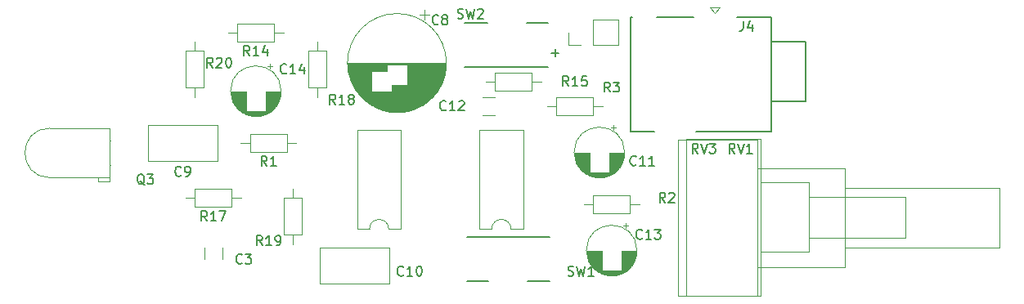
<source format=gbr>
%TF.GenerationSoftware,KiCad,Pcbnew,6.0.0~rc2+dfsg1-1*%
%TF.CreationDate,2022-01-05T20:23:20+00:00*%
%TF.ProjectId,LiRX_tht,4c695258-5f74-4687-942e-6b696361645f,rev?*%
%TF.SameCoordinates,Original*%
%TF.FileFunction,Legend,Top*%
%TF.FilePolarity,Positive*%
%FSLAX46Y46*%
G04 Gerber Fmt 4.6, Leading zero omitted, Abs format (unit mm)*
G04 Created by KiCad (PCBNEW 6.0.0~rc2+dfsg1-1) date 2022-01-05 20:23:20*
%MOMM*%
%LPD*%
G01*
G04 APERTURE LIST*
%ADD10C,0.150000*%
%ADD11C,0.120000*%
G04 APERTURE END LIST*
D10*
X109347047Y-84653428D02*
X110108952Y-84653428D01*
X109728000Y-85034380D02*
X109728000Y-84272476D01*
%TO.C,R20*%
X74287142Y-86177380D02*
X73953809Y-85701190D01*
X73715714Y-86177380D02*
X73715714Y-85177380D01*
X74096666Y-85177380D01*
X74191904Y-85225000D01*
X74239523Y-85272619D01*
X74287142Y-85367857D01*
X74287142Y-85510714D01*
X74239523Y-85605952D01*
X74191904Y-85653571D01*
X74096666Y-85701190D01*
X73715714Y-85701190D01*
X74668095Y-85272619D02*
X74715714Y-85225000D01*
X74810952Y-85177380D01*
X75049047Y-85177380D01*
X75144285Y-85225000D01*
X75191904Y-85272619D01*
X75239523Y-85367857D01*
X75239523Y-85463095D01*
X75191904Y-85605952D01*
X74620476Y-86177380D01*
X75239523Y-86177380D01*
X75858571Y-85177380D02*
X75953809Y-85177380D01*
X76049047Y-85225000D01*
X76096666Y-85272619D01*
X76144285Y-85367857D01*
X76191904Y-85558333D01*
X76191904Y-85796428D01*
X76144285Y-85986904D01*
X76096666Y-86082142D01*
X76049047Y-86129761D01*
X75953809Y-86177380D01*
X75858571Y-86177380D01*
X75763333Y-86129761D01*
X75715714Y-86082142D01*
X75668095Y-85986904D01*
X75620476Y-85796428D01*
X75620476Y-85558333D01*
X75668095Y-85367857D01*
X75715714Y-85272619D01*
X75763333Y-85225000D01*
X75858571Y-85177380D01*
%TO.C,R19*%
X79407142Y-104592380D02*
X79073809Y-104116190D01*
X78835714Y-104592380D02*
X78835714Y-103592380D01*
X79216666Y-103592380D01*
X79311904Y-103640000D01*
X79359523Y-103687619D01*
X79407142Y-103782857D01*
X79407142Y-103925714D01*
X79359523Y-104020952D01*
X79311904Y-104068571D01*
X79216666Y-104116190D01*
X78835714Y-104116190D01*
X80359523Y-104592380D02*
X79788095Y-104592380D01*
X80073809Y-104592380D02*
X80073809Y-103592380D01*
X79978571Y-103735238D01*
X79883333Y-103830476D01*
X79788095Y-103878095D01*
X80835714Y-104592380D02*
X81026190Y-104592380D01*
X81121428Y-104544761D01*
X81169047Y-104497142D01*
X81264285Y-104354285D01*
X81311904Y-104163809D01*
X81311904Y-103782857D01*
X81264285Y-103687619D01*
X81216666Y-103640000D01*
X81121428Y-103592380D01*
X80930952Y-103592380D01*
X80835714Y-103640000D01*
X80788095Y-103687619D01*
X80740476Y-103782857D01*
X80740476Y-104020952D01*
X80788095Y-104116190D01*
X80835714Y-104163809D01*
X80930952Y-104211428D01*
X81121428Y-104211428D01*
X81216666Y-104163809D01*
X81264285Y-104116190D01*
X81311904Y-104020952D01*
%TO.C,R18*%
X86987142Y-89987380D02*
X86653809Y-89511190D01*
X86415714Y-89987380D02*
X86415714Y-88987380D01*
X86796666Y-88987380D01*
X86891904Y-89035000D01*
X86939523Y-89082619D01*
X86987142Y-89177857D01*
X86987142Y-89320714D01*
X86939523Y-89415952D01*
X86891904Y-89463571D01*
X86796666Y-89511190D01*
X86415714Y-89511190D01*
X87939523Y-89987380D02*
X87368095Y-89987380D01*
X87653809Y-89987380D02*
X87653809Y-88987380D01*
X87558571Y-89130238D01*
X87463333Y-89225476D01*
X87368095Y-89273095D01*
X88510952Y-89415952D02*
X88415714Y-89368333D01*
X88368095Y-89320714D01*
X88320476Y-89225476D01*
X88320476Y-89177857D01*
X88368095Y-89082619D01*
X88415714Y-89035000D01*
X88510952Y-88987380D01*
X88701428Y-88987380D01*
X88796666Y-89035000D01*
X88844285Y-89082619D01*
X88891904Y-89177857D01*
X88891904Y-89225476D01*
X88844285Y-89320714D01*
X88796666Y-89368333D01*
X88701428Y-89415952D01*
X88510952Y-89415952D01*
X88415714Y-89463571D01*
X88368095Y-89511190D01*
X88320476Y-89606428D01*
X88320476Y-89796904D01*
X88368095Y-89892142D01*
X88415714Y-89939761D01*
X88510952Y-89987380D01*
X88701428Y-89987380D01*
X88796666Y-89939761D01*
X88844285Y-89892142D01*
X88891904Y-89796904D01*
X88891904Y-89606428D01*
X88844285Y-89511190D01*
X88796666Y-89463571D01*
X88701428Y-89415952D01*
%TO.C,R17*%
X73692142Y-102067380D02*
X73358809Y-101591190D01*
X73120714Y-102067380D02*
X73120714Y-101067380D01*
X73501666Y-101067380D01*
X73596904Y-101115000D01*
X73644523Y-101162619D01*
X73692142Y-101257857D01*
X73692142Y-101400714D01*
X73644523Y-101495952D01*
X73596904Y-101543571D01*
X73501666Y-101591190D01*
X73120714Y-101591190D01*
X74644523Y-102067380D02*
X74073095Y-102067380D01*
X74358809Y-102067380D02*
X74358809Y-101067380D01*
X74263571Y-101210238D01*
X74168333Y-101305476D01*
X74073095Y-101353095D01*
X74977857Y-101067380D02*
X75644523Y-101067380D01*
X75215952Y-102067380D01*
%TO.C,R15*%
X111117142Y-88082380D02*
X110783809Y-87606190D01*
X110545714Y-88082380D02*
X110545714Y-87082380D01*
X110926666Y-87082380D01*
X111021904Y-87130000D01*
X111069523Y-87177619D01*
X111117142Y-87272857D01*
X111117142Y-87415714D01*
X111069523Y-87510952D01*
X111021904Y-87558571D01*
X110926666Y-87606190D01*
X110545714Y-87606190D01*
X112069523Y-88082380D02*
X111498095Y-88082380D01*
X111783809Y-88082380D02*
X111783809Y-87082380D01*
X111688571Y-87225238D01*
X111593333Y-87320476D01*
X111498095Y-87368095D01*
X112974285Y-87082380D02*
X112498095Y-87082380D01*
X112450476Y-87558571D01*
X112498095Y-87510952D01*
X112593333Y-87463333D01*
X112831428Y-87463333D01*
X112926666Y-87510952D01*
X112974285Y-87558571D01*
X113021904Y-87653809D01*
X113021904Y-87891904D01*
X112974285Y-87987142D01*
X112926666Y-88034761D01*
X112831428Y-88082380D01*
X112593333Y-88082380D01*
X112498095Y-88034761D01*
X112450476Y-87987142D01*
%TO.C,R14*%
X78097142Y-84922380D02*
X77763809Y-84446190D01*
X77525714Y-84922380D02*
X77525714Y-83922380D01*
X77906666Y-83922380D01*
X78001904Y-83970000D01*
X78049523Y-84017619D01*
X78097142Y-84112857D01*
X78097142Y-84255714D01*
X78049523Y-84350952D01*
X78001904Y-84398571D01*
X77906666Y-84446190D01*
X77525714Y-84446190D01*
X79049523Y-84922380D02*
X78478095Y-84922380D01*
X78763809Y-84922380D02*
X78763809Y-83922380D01*
X78668571Y-84065238D01*
X78573333Y-84160476D01*
X78478095Y-84208095D01*
X79906666Y-84255714D02*
X79906666Y-84922380D01*
X79668571Y-83874761D02*
X79430476Y-84589047D01*
X80049523Y-84589047D01*
%TO.C,R3*%
X115403333Y-88702380D02*
X115070000Y-88226190D01*
X114831904Y-88702380D02*
X114831904Y-87702380D01*
X115212857Y-87702380D01*
X115308095Y-87750000D01*
X115355714Y-87797619D01*
X115403333Y-87892857D01*
X115403333Y-88035714D01*
X115355714Y-88130952D01*
X115308095Y-88178571D01*
X115212857Y-88226190D01*
X114831904Y-88226190D01*
X115736666Y-87702380D02*
X116355714Y-87702380D01*
X116022380Y-88083333D01*
X116165238Y-88083333D01*
X116260476Y-88130952D01*
X116308095Y-88178571D01*
X116355714Y-88273809D01*
X116355714Y-88511904D01*
X116308095Y-88607142D01*
X116260476Y-88654761D01*
X116165238Y-88702380D01*
X115879523Y-88702380D01*
X115784285Y-88654761D01*
X115736666Y-88607142D01*
%TO.C,R2*%
X121118333Y-100147380D02*
X120785000Y-99671190D01*
X120546904Y-100147380D02*
X120546904Y-99147380D01*
X120927857Y-99147380D01*
X121023095Y-99195000D01*
X121070714Y-99242619D01*
X121118333Y-99337857D01*
X121118333Y-99480714D01*
X121070714Y-99575952D01*
X121023095Y-99623571D01*
X120927857Y-99671190D01*
X120546904Y-99671190D01*
X121499285Y-99242619D02*
X121546904Y-99195000D01*
X121642142Y-99147380D01*
X121880238Y-99147380D01*
X121975476Y-99195000D01*
X122023095Y-99242619D01*
X122070714Y-99337857D01*
X122070714Y-99433095D01*
X122023095Y-99575952D01*
X121451666Y-100147380D01*
X122070714Y-100147380D01*
%TO.C,R1*%
X79883333Y-96352380D02*
X79550000Y-95876190D01*
X79311904Y-96352380D02*
X79311904Y-95352380D01*
X79692857Y-95352380D01*
X79788095Y-95400000D01*
X79835714Y-95447619D01*
X79883333Y-95542857D01*
X79883333Y-95685714D01*
X79835714Y-95780952D01*
X79788095Y-95828571D01*
X79692857Y-95876190D01*
X79311904Y-95876190D01*
X80835714Y-96352380D02*
X80264285Y-96352380D01*
X80550000Y-96352380D02*
X80550000Y-95352380D01*
X80454761Y-95495238D01*
X80359523Y-95590476D01*
X80264285Y-95638095D01*
%TO.C,C11*%
X118102142Y-96242142D02*
X118054523Y-96289761D01*
X117911666Y-96337380D01*
X117816428Y-96337380D01*
X117673571Y-96289761D01*
X117578333Y-96194523D01*
X117530714Y-96099285D01*
X117483095Y-95908809D01*
X117483095Y-95765952D01*
X117530714Y-95575476D01*
X117578333Y-95480238D01*
X117673571Y-95385000D01*
X117816428Y-95337380D01*
X117911666Y-95337380D01*
X118054523Y-95385000D01*
X118102142Y-95432619D01*
X119054523Y-96337380D02*
X118483095Y-96337380D01*
X118768809Y-96337380D02*
X118768809Y-95337380D01*
X118673571Y-95480238D01*
X118578333Y-95575476D01*
X118483095Y-95623095D01*
X120006904Y-96337380D02*
X119435476Y-96337380D01*
X119721190Y-96337380D02*
X119721190Y-95337380D01*
X119625952Y-95480238D01*
X119530714Y-95575476D01*
X119435476Y-95623095D01*
%TO.C,C12*%
X98417142Y-90527142D02*
X98369523Y-90574761D01*
X98226666Y-90622380D01*
X98131428Y-90622380D01*
X97988571Y-90574761D01*
X97893333Y-90479523D01*
X97845714Y-90384285D01*
X97798095Y-90193809D01*
X97798095Y-90050952D01*
X97845714Y-89860476D01*
X97893333Y-89765238D01*
X97988571Y-89670000D01*
X98131428Y-89622380D01*
X98226666Y-89622380D01*
X98369523Y-89670000D01*
X98417142Y-89717619D01*
X99369523Y-90622380D02*
X98798095Y-90622380D01*
X99083809Y-90622380D02*
X99083809Y-89622380D01*
X98988571Y-89765238D01*
X98893333Y-89860476D01*
X98798095Y-89908095D01*
X99750476Y-89717619D02*
X99798095Y-89670000D01*
X99893333Y-89622380D01*
X100131428Y-89622380D01*
X100226666Y-89670000D01*
X100274285Y-89717619D01*
X100321904Y-89812857D01*
X100321904Y-89908095D01*
X100274285Y-90050952D01*
X99702857Y-90622380D01*
X100321904Y-90622380D01*
%TO.C,J4*%
X129206666Y-81367380D02*
X129206666Y-82081666D01*
X129159047Y-82224523D01*
X129063809Y-82319761D01*
X128920952Y-82367380D01*
X128825714Y-82367380D01*
X130111428Y-81700714D02*
X130111428Y-82367380D01*
X129873333Y-81319761D02*
X129635238Y-82034047D01*
X130254285Y-82034047D01*
%TO.C,C13*%
X118737142Y-103862142D02*
X118689523Y-103909761D01*
X118546666Y-103957380D01*
X118451428Y-103957380D01*
X118308571Y-103909761D01*
X118213333Y-103814523D01*
X118165714Y-103719285D01*
X118118095Y-103528809D01*
X118118095Y-103385952D01*
X118165714Y-103195476D01*
X118213333Y-103100238D01*
X118308571Y-103005000D01*
X118451428Y-102957380D01*
X118546666Y-102957380D01*
X118689523Y-103005000D01*
X118737142Y-103052619D01*
X119689523Y-103957380D02*
X119118095Y-103957380D01*
X119403809Y-103957380D02*
X119403809Y-102957380D01*
X119308571Y-103100238D01*
X119213333Y-103195476D01*
X119118095Y-103243095D01*
X120022857Y-102957380D02*
X120641904Y-102957380D01*
X120308571Y-103338333D01*
X120451428Y-103338333D01*
X120546666Y-103385952D01*
X120594285Y-103433571D01*
X120641904Y-103528809D01*
X120641904Y-103766904D01*
X120594285Y-103862142D01*
X120546666Y-103909761D01*
X120451428Y-103957380D01*
X120165714Y-103957380D01*
X120070476Y-103909761D01*
X120022857Y-103862142D01*
%TO.C,C14*%
X81907142Y-86717142D02*
X81859523Y-86764761D01*
X81716666Y-86812380D01*
X81621428Y-86812380D01*
X81478571Y-86764761D01*
X81383333Y-86669523D01*
X81335714Y-86574285D01*
X81288095Y-86383809D01*
X81288095Y-86240952D01*
X81335714Y-86050476D01*
X81383333Y-85955238D01*
X81478571Y-85860000D01*
X81621428Y-85812380D01*
X81716666Y-85812380D01*
X81859523Y-85860000D01*
X81907142Y-85907619D01*
X82859523Y-86812380D02*
X82288095Y-86812380D01*
X82573809Y-86812380D02*
X82573809Y-85812380D01*
X82478571Y-85955238D01*
X82383333Y-86050476D01*
X82288095Y-86098095D01*
X83716666Y-86145714D02*
X83716666Y-86812380D01*
X83478571Y-85764761D02*
X83240476Y-86479047D01*
X83859523Y-86479047D01*
%TO.C,Q3*%
X67214761Y-98337619D02*
X67119523Y-98290000D01*
X67024285Y-98194761D01*
X66881428Y-98051904D01*
X66786190Y-98004285D01*
X66690952Y-98004285D01*
X66738571Y-98242380D02*
X66643333Y-98194761D01*
X66548095Y-98099523D01*
X66500476Y-97909047D01*
X66500476Y-97575714D01*
X66548095Y-97385238D01*
X66643333Y-97290000D01*
X66738571Y-97242380D01*
X66929047Y-97242380D01*
X67024285Y-97290000D01*
X67119523Y-97385238D01*
X67167142Y-97575714D01*
X67167142Y-97909047D01*
X67119523Y-98099523D01*
X67024285Y-98194761D01*
X66929047Y-98242380D01*
X66738571Y-98242380D01*
X67500476Y-97242380D02*
X68119523Y-97242380D01*
X67786190Y-97623333D01*
X67929047Y-97623333D01*
X68024285Y-97670952D01*
X68071904Y-97718571D01*
X68119523Y-97813809D01*
X68119523Y-98051904D01*
X68071904Y-98147142D01*
X68024285Y-98194761D01*
X67929047Y-98242380D01*
X67643333Y-98242380D01*
X67548095Y-98194761D01*
X67500476Y-98147142D01*
%TO.C,C3*%
X77303333Y-106416142D02*
X77255714Y-106463761D01*
X77112857Y-106511380D01*
X77017619Y-106511380D01*
X76874761Y-106463761D01*
X76779523Y-106368523D01*
X76731904Y-106273285D01*
X76684285Y-106082809D01*
X76684285Y-105939952D01*
X76731904Y-105749476D01*
X76779523Y-105654238D01*
X76874761Y-105559000D01*
X77017619Y-105511380D01*
X77112857Y-105511380D01*
X77255714Y-105559000D01*
X77303333Y-105606619D01*
X77636666Y-105511380D02*
X78255714Y-105511380D01*
X77922380Y-105892333D01*
X78065238Y-105892333D01*
X78160476Y-105939952D01*
X78208095Y-105987571D01*
X78255714Y-106082809D01*
X78255714Y-106320904D01*
X78208095Y-106416142D01*
X78160476Y-106463761D01*
X78065238Y-106511380D01*
X77779523Y-106511380D01*
X77684285Y-106463761D01*
X77636666Y-106416142D01*
%TO.C,C9*%
X70993333Y-97337142D02*
X70945714Y-97384761D01*
X70802857Y-97432380D01*
X70707619Y-97432380D01*
X70564761Y-97384761D01*
X70469523Y-97289523D01*
X70421904Y-97194285D01*
X70374285Y-97003809D01*
X70374285Y-96860952D01*
X70421904Y-96670476D01*
X70469523Y-96575238D01*
X70564761Y-96480000D01*
X70707619Y-96432380D01*
X70802857Y-96432380D01*
X70945714Y-96480000D01*
X70993333Y-96527619D01*
X71469523Y-97432380D02*
X71660000Y-97432380D01*
X71755238Y-97384761D01*
X71802857Y-97337142D01*
X71898095Y-97194285D01*
X71945714Y-97003809D01*
X71945714Y-96622857D01*
X71898095Y-96527619D01*
X71850476Y-96480000D01*
X71755238Y-96432380D01*
X71564761Y-96432380D01*
X71469523Y-96480000D01*
X71421904Y-96527619D01*
X71374285Y-96622857D01*
X71374285Y-96860952D01*
X71421904Y-96956190D01*
X71469523Y-97003809D01*
X71564761Y-97051428D01*
X71755238Y-97051428D01*
X71850476Y-97003809D01*
X71898095Y-96956190D01*
X71945714Y-96860952D01*
%TO.C,C10*%
X94012142Y-107672142D02*
X93964523Y-107719761D01*
X93821666Y-107767380D01*
X93726428Y-107767380D01*
X93583571Y-107719761D01*
X93488333Y-107624523D01*
X93440714Y-107529285D01*
X93393095Y-107338809D01*
X93393095Y-107195952D01*
X93440714Y-107005476D01*
X93488333Y-106910238D01*
X93583571Y-106815000D01*
X93726428Y-106767380D01*
X93821666Y-106767380D01*
X93964523Y-106815000D01*
X94012142Y-106862619D01*
X94964523Y-107767380D02*
X94393095Y-107767380D01*
X94678809Y-107767380D02*
X94678809Y-106767380D01*
X94583571Y-106910238D01*
X94488333Y-107005476D01*
X94393095Y-107053095D01*
X95583571Y-106767380D02*
X95678809Y-106767380D01*
X95774047Y-106815000D01*
X95821666Y-106862619D01*
X95869285Y-106957857D01*
X95916904Y-107148333D01*
X95916904Y-107386428D01*
X95869285Y-107576904D01*
X95821666Y-107672142D01*
X95774047Y-107719761D01*
X95678809Y-107767380D01*
X95583571Y-107767380D01*
X95488333Y-107719761D01*
X95440714Y-107672142D01*
X95393095Y-107576904D01*
X95345476Y-107386428D01*
X95345476Y-107148333D01*
X95393095Y-106957857D01*
X95440714Y-106862619D01*
X95488333Y-106815000D01*
X95583571Y-106767380D01*
%TO.C,RV1*%
X128309761Y-95067380D02*
X127976428Y-94591190D01*
X127738333Y-95067380D02*
X127738333Y-94067380D01*
X128119285Y-94067380D01*
X128214523Y-94115000D01*
X128262142Y-94162619D01*
X128309761Y-94257857D01*
X128309761Y-94400714D01*
X128262142Y-94495952D01*
X128214523Y-94543571D01*
X128119285Y-94591190D01*
X127738333Y-94591190D01*
X128595476Y-94067380D02*
X128928809Y-95067380D01*
X129262142Y-94067380D01*
X130119285Y-95067380D02*
X129547857Y-95067380D01*
X129833571Y-95067380D02*
X129833571Y-94067380D01*
X129738333Y-94210238D01*
X129643095Y-94305476D01*
X129547857Y-94353095D01*
%TO.C,RV3*%
X124499761Y-95067380D02*
X124166428Y-94591190D01*
X123928333Y-95067380D02*
X123928333Y-94067380D01*
X124309285Y-94067380D01*
X124404523Y-94115000D01*
X124452142Y-94162619D01*
X124499761Y-94257857D01*
X124499761Y-94400714D01*
X124452142Y-94495952D01*
X124404523Y-94543571D01*
X124309285Y-94591190D01*
X123928333Y-94591190D01*
X124785476Y-94067380D02*
X125118809Y-95067380D01*
X125452142Y-94067380D01*
X125690238Y-94067380D02*
X126309285Y-94067380D01*
X125975952Y-94448333D01*
X126118809Y-94448333D01*
X126214047Y-94495952D01*
X126261666Y-94543571D01*
X126309285Y-94638809D01*
X126309285Y-94876904D01*
X126261666Y-94972142D01*
X126214047Y-95019761D01*
X126118809Y-95067380D01*
X125833095Y-95067380D01*
X125737857Y-95019761D01*
X125690238Y-94972142D01*
%TO.C,SW1*%
X111061666Y-107719761D02*
X111204523Y-107767380D01*
X111442619Y-107767380D01*
X111537857Y-107719761D01*
X111585476Y-107672142D01*
X111633095Y-107576904D01*
X111633095Y-107481666D01*
X111585476Y-107386428D01*
X111537857Y-107338809D01*
X111442619Y-107291190D01*
X111252142Y-107243571D01*
X111156904Y-107195952D01*
X111109285Y-107148333D01*
X111061666Y-107053095D01*
X111061666Y-106957857D01*
X111109285Y-106862619D01*
X111156904Y-106815000D01*
X111252142Y-106767380D01*
X111490238Y-106767380D01*
X111633095Y-106815000D01*
X111966428Y-106767380D02*
X112204523Y-107767380D01*
X112395000Y-107053095D01*
X112585476Y-107767380D01*
X112823571Y-106767380D01*
X113728333Y-107767380D02*
X113156904Y-107767380D01*
X113442619Y-107767380D02*
X113442619Y-106767380D01*
X113347380Y-106910238D01*
X113252142Y-107005476D01*
X113156904Y-107053095D01*
%TO.C,SW2*%
X99631666Y-81049761D02*
X99774523Y-81097380D01*
X100012619Y-81097380D01*
X100107857Y-81049761D01*
X100155476Y-81002142D01*
X100203095Y-80906904D01*
X100203095Y-80811666D01*
X100155476Y-80716428D01*
X100107857Y-80668809D01*
X100012619Y-80621190D01*
X99822142Y-80573571D01*
X99726904Y-80525952D01*
X99679285Y-80478333D01*
X99631666Y-80383095D01*
X99631666Y-80287857D01*
X99679285Y-80192619D01*
X99726904Y-80145000D01*
X99822142Y-80097380D01*
X100060238Y-80097380D01*
X100203095Y-80145000D01*
X100536428Y-80097380D02*
X100774523Y-81097380D01*
X100965000Y-80383095D01*
X101155476Y-81097380D01*
X101393571Y-80097380D01*
X101726904Y-80192619D02*
X101774523Y-80145000D01*
X101869761Y-80097380D01*
X102107857Y-80097380D01*
X102203095Y-80145000D01*
X102250714Y-80192619D01*
X102298333Y-80287857D01*
X102298333Y-80383095D01*
X102250714Y-80525952D01*
X101679285Y-81097380D01*
X102298333Y-81097380D01*
%TO.C,C8*%
X97623333Y-81637142D02*
X97575714Y-81684761D01*
X97432857Y-81732380D01*
X97337619Y-81732380D01*
X97194761Y-81684761D01*
X97099523Y-81589523D01*
X97051904Y-81494285D01*
X97004285Y-81303809D01*
X97004285Y-81160952D01*
X97051904Y-80970476D01*
X97099523Y-80875238D01*
X97194761Y-80780000D01*
X97337619Y-80732380D01*
X97432857Y-80732380D01*
X97575714Y-80780000D01*
X97623333Y-80827619D01*
X98194761Y-81160952D02*
X98099523Y-81113333D01*
X98051904Y-81065714D01*
X98004285Y-80970476D01*
X98004285Y-80922857D01*
X98051904Y-80827619D01*
X98099523Y-80780000D01*
X98194761Y-80732380D01*
X98385238Y-80732380D01*
X98480476Y-80780000D01*
X98528095Y-80827619D01*
X98575714Y-80922857D01*
X98575714Y-80970476D01*
X98528095Y-81065714D01*
X98480476Y-81113333D01*
X98385238Y-81160952D01*
X98194761Y-81160952D01*
X98099523Y-81208571D01*
X98051904Y-81256190D01*
X98004285Y-81351428D01*
X98004285Y-81541904D01*
X98051904Y-81637142D01*
X98099523Y-81684761D01*
X98194761Y-81732380D01*
X98385238Y-81732380D01*
X98480476Y-81684761D01*
X98528095Y-81637142D01*
X98575714Y-81541904D01*
X98575714Y-81351428D01*
X98528095Y-81256190D01*
X98480476Y-81208571D01*
X98385238Y-81160952D01*
D11*
%TO.C,R20*%
X73310000Y-84440000D02*
X71470000Y-84440000D01*
X71470000Y-84440000D02*
X71470000Y-88280000D01*
X71470000Y-88280000D02*
X73310000Y-88280000D01*
X73310000Y-88280000D02*
X73310000Y-84440000D01*
X72390000Y-83490000D02*
X72390000Y-84440000D01*
X72390000Y-89230000D02*
X72390000Y-88280000D01*
%TO.C,R19*%
X83510000Y-99680000D02*
X81670000Y-99680000D01*
X81670000Y-99680000D02*
X81670000Y-103520000D01*
X81670000Y-103520000D02*
X83510000Y-103520000D01*
X83510000Y-103520000D02*
X83510000Y-99680000D01*
X82590000Y-98730000D02*
X82590000Y-99680000D01*
X82590000Y-104470000D02*
X82590000Y-103520000D01*
%TO.C,R18*%
X86010000Y-84440000D02*
X84170000Y-84440000D01*
X84170000Y-84440000D02*
X84170000Y-88280000D01*
X84170000Y-88280000D02*
X86010000Y-88280000D01*
X86010000Y-88280000D02*
X86010000Y-84440000D01*
X85090000Y-83490000D02*
X85090000Y-84440000D01*
X85090000Y-89230000D02*
X85090000Y-88280000D01*
%TO.C,R17*%
X76255000Y-100615000D02*
X76255000Y-98775000D01*
X76255000Y-98775000D02*
X72415000Y-98775000D01*
X72415000Y-98775000D02*
X72415000Y-100615000D01*
X72415000Y-100615000D02*
X76255000Y-100615000D01*
X77205000Y-99695000D02*
X76255000Y-99695000D01*
X71465000Y-99695000D02*
X72415000Y-99695000D01*
%TO.C,R15*%
X103490000Y-86710000D02*
X103490000Y-88550000D01*
X103490000Y-88550000D02*
X107330000Y-88550000D01*
X107330000Y-88550000D02*
X107330000Y-86710000D01*
X107330000Y-86710000D02*
X103490000Y-86710000D01*
X102540000Y-87630000D02*
X103490000Y-87630000D01*
X108280000Y-87630000D02*
X107330000Y-87630000D01*
%TO.C,R14*%
X80660000Y-83470000D02*
X80660000Y-81630000D01*
X80660000Y-81630000D02*
X76820000Y-81630000D01*
X76820000Y-81630000D02*
X76820000Y-83470000D01*
X76820000Y-83470000D02*
X80660000Y-83470000D01*
X81610000Y-82550000D02*
X80660000Y-82550000D01*
X75870000Y-82550000D02*
X76820000Y-82550000D01*
%TO.C,R3*%
X109840000Y-89250000D02*
X109840000Y-91090000D01*
X109840000Y-91090000D02*
X113680000Y-91090000D01*
X113680000Y-91090000D02*
X113680000Y-89250000D01*
X113680000Y-89250000D02*
X109840000Y-89250000D01*
X108890000Y-90170000D02*
X109840000Y-90170000D01*
X114630000Y-90170000D02*
X113680000Y-90170000D01*
%TO.C,R2*%
X117490000Y-101250000D02*
X117490000Y-99410000D01*
X117490000Y-99410000D02*
X113650000Y-99410000D01*
X113650000Y-99410000D02*
X113650000Y-101250000D01*
X113650000Y-101250000D02*
X117490000Y-101250000D01*
X118440000Y-100330000D02*
X117490000Y-100330000D01*
X112700000Y-100330000D02*
X113650000Y-100330000D01*
%TO.C,R1*%
X81970000Y-94900000D02*
X81970000Y-93060000D01*
X81970000Y-93060000D02*
X78130000Y-93060000D01*
X78130000Y-93060000D02*
X78130000Y-94900000D01*
X78130000Y-94900000D02*
X81970000Y-94900000D01*
X82920000Y-93980000D02*
X81970000Y-93980000D01*
X77180000Y-93980000D02*
X78130000Y-93980000D01*
%TO.C,U2*%
X105155000Y-102920000D02*
X106405000Y-102920000D01*
X106405000Y-102920000D02*
X106405000Y-92640000D01*
X106405000Y-92640000D02*
X101905000Y-92640000D01*
X101905000Y-92640000D02*
X101905000Y-102920000D01*
X101905000Y-102920000D02*
X103155000Y-102920000D01*
X105155000Y-102920000D02*
G75*
G03*
X103155000Y-102920000I-1000000J0D01*
G01*
%TO.C,C11*%
X116920000Y-94980000D02*
G75*
G03*
X116920000Y-94980000I-2620000J0D01*
G01*
X113260000Y-94980000D02*
X111720000Y-94980000D01*
X116880000Y-94980000D02*
X115340000Y-94980000D01*
X113260000Y-95020000D02*
X111720000Y-95020000D01*
X116880000Y-95020000D02*
X115340000Y-95020000D01*
X116879000Y-95060000D02*
X115340000Y-95060000D01*
X113260000Y-95060000D02*
X111721000Y-95060000D01*
X116878000Y-95100000D02*
X115340000Y-95100000D01*
X113260000Y-95100000D02*
X111722000Y-95100000D01*
X116876000Y-95140000D02*
X115340000Y-95140000D01*
X113260000Y-95140000D02*
X111724000Y-95140000D01*
X116873000Y-95180000D02*
X115340000Y-95180000D01*
X113260000Y-95180000D02*
X111727000Y-95180000D01*
X116869000Y-95220000D02*
X115340000Y-95220000D01*
X113260000Y-95220000D02*
X111731000Y-95220000D01*
X116865000Y-95260000D02*
X115340000Y-95260000D01*
X113260000Y-95260000D02*
X111735000Y-95260000D01*
X116861000Y-95300000D02*
X115340000Y-95300000D01*
X113260000Y-95300000D02*
X111739000Y-95300000D01*
X116856000Y-95340000D02*
X115340000Y-95340000D01*
X113260000Y-95340000D02*
X111744000Y-95340000D01*
X116850000Y-95380000D02*
X115340000Y-95380000D01*
X113260000Y-95380000D02*
X111750000Y-95380000D01*
X116843000Y-95420000D02*
X115340000Y-95420000D01*
X113260000Y-95420000D02*
X111757000Y-95420000D01*
X116836000Y-95460000D02*
X115340000Y-95460000D01*
X113260000Y-95460000D02*
X111764000Y-95460000D01*
X116828000Y-95500000D02*
X115340000Y-95500000D01*
X113260000Y-95500000D02*
X111772000Y-95500000D01*
X116820000Y-95540000D02*
X115340000Y-95540000D01*
X113260000Y-95540000D02*
X111780000Y-95540000D01*
X116811000Y-95580000D02*
X115340000Y-95580000D01*
X113260000Y-95580000D02*
X111789000Y-95580000D01*
X116801000Y-95620000D02*
X115340000Y-95620000D01*
X113260000Y-95620000D02*
X111799000Y-95620000D01*
X116791000Y-95660000D02*
X115340000Y-95660000D01*
X113260000Y-95660000D02*
X111809000Y-95660000D01*
X116780000Y-95701000D02*
X115340000Y-95701000D01*
X113260000Y-95701000D02*
X111820000Y-95701000D01*
X116768000Y-95741000D02*
X115340000Y-95741000D01*
X113260000Y-95741000D02*
X111832000Y-95741000D01*
X116755000Y-95781000D02*
X115340000Y-95781000D01*
X113260000Y-95781000D02*
X111845000Y-95781000D01*
X116742000Y-95821000D02*
X115340000Y-95821000D01*
X113260000Y-95821000D02*
X111858000Y-95821000D01*
X116728000Y-95861000D02*
X115340000Y-95861000D01*
X113260000Y-95861000D02*
X111872000Y-95861000D01*
X116714000Y-95901000D02*
X115340000Y-95901000D01*
X113260000Y-95901000D02*
X111886000Y-95901000D01*
X116698000Y-95941000D02*
X115340000Y-95941000D01*
X113260000Y-95941000D02*
X111902000Y-95941000D01*
X116682000Y-95981000D02*
X115340000Y-95981000D01*
X113260000Y-95981000D02*
X111918000Y-95981000D01*
X116665000Y-96021000D02*
X115340000Y-96021000D01*
X113260000Y-96021000D02*
X111935000Y-96021000D01*
X116648000Y-96061000D02*
X115340000Y-96061000D01*
X113260000Y-96061000D02*
X111952000Y-96061000D01*
X116629000Y-96101000D02*
X115340000Y-96101000D01*
X113260000Y-96101000D02*
X111971000Y-96101000D01*
X116610000Y-96141000D02*
X115340000Y-96141000D01*
X113260000Y-96141000D02*
X111990000Y-96141000D01*
X116590000Y-96181000D02*
X115340000Y-96181000D01*
X113260000Y-96181000D02*
X112010000Y-96181000D01*
X116568000Y-96221000D02*
X115340000Y-96221000D01*
X113260000Y-96221000D02*
X112032000Y-96221000D01*
X116547000Y-96261000D02*
X115340000Y-96261000D01*
X113260000Y-96261000D02*
X112053000Y-96261000D01*
X116524000Y-96301000D02*
X115340000Y-96301000D01*
X113260000Y-96301000D02*
X112076000Y-96301000D01*
X116500000Y-96341000D02*
X115340000Y-96341000D01*
X113260000Y-96341000D02*
X112100000Y-96341000D01*
X116475000Y-96381000D02*
X115340000Y-96381000D01*
X113260000Y-96381000D02*
X112125000Y-96381000D01*
X116449000Y-96421000D02*
X115340000Y-96421000D01*
X113260000Y-96421000D02*
X112151000Y-96421000D01*
X116422000Y-96461000D02*
X115340000Y-96461000D01*
X113260000Y-96461000D02*
X112178000Y-96461000D01*
X116395000Y-96501000D02*
X115340000Y-96501000D01*
X113260000Y-96501000D02*
X112205000Y-96501000D01*
X116365000Y-96541000D02*
X115340000Y-96541000D01*
X113260000Y-96541000D02*
X112235000Y-96541000D01*
X116335000Y-96581000D02*
X115340000Y-96581000D01*
X113260000Y-96581000D02*
X112265000Y-96581000D01*
X116304000Y-96621000D02*
X115340000Y-96621000D01*
X113260000Y-96621000D02*
X112296000Y-96621000D01*
X116271000Y-96661000D02*
X115340000Y-96661000D01*
X113260000Y-96661000D02*
X112329000Y-96661000D01*
X116237000Y-96701000D02*
X115340000Y-96701000D01*
X113260000Y-96701000D02*
X112363000Y-96701000D01*
X116201000Y-96741000D02*
X115340000Y-96741000D01*
X113260000Y-96741000D02*
X112399000Y-96741000D01*
X116164000Y-96781000D02*
X115340000Y-96781000D01*
X113260000Y-96781000D02*
X112436000Y-96781000D01*
X116126000Y-96821000D02*
X115340000Y-96821000D01*
X113260000Y-96821000D02*
X112474000Y-96821000D01*
X116085000Y-96861000D02*
X115340000Y-96861000D01*
X113260000Y-96861000D02*
X112515000Y-96861000D01*
X116043000Y-96901000D02*
X115340000Y-96901000D01*
X113260000Y-96901000D02*
X112557000Y-96901000D01*
X115999000Y-96941000D02*
X115340000Y-96941000D01*
X113260000Y-96941000D02*
X112601000Y-96941000D01*
X115953000Y-96981000D02*
X115340000Y-96981000D01*
X113260000Y-96981000D02*
X112647000Y-96981000D01*
X115905000Y-97021000D02*
X112695000Y-97021000D01*
X115854000Y-97061000D02*
X112746000Y-97061000D01*
X115800000Y-97101000D02*
X112800000Y-97101000D01*
X115743000Y-97141000D02*
X112857000Y-97141000D01*
X115683000Y-97181000D02*
X112917000Y-97181000D01*
X115619000Y-97221000D02*
X112981000Y-97221000D01*
X115551000Y-97261000D02*
X113049000Y-97261000D01*
X115478000Y-97301000D02*
X113122000Y-97301000D01*
X115398000Y-97341000D02*
X113202000Y-97341000D01*
X115311000Y-97381000D02*
X113289000Y-97381000D01*
X115215000Y-97421000D02*
X113385000Y-97421000D01*
X115105000Y-97461000D02*
X113495000Y-97461000D01*
X114977000Y-97501000D02*
X113623000Y-97501000D01*
X114818000Y-97541000D02*
X113782000Y-97541000D01*
X114584000Y-97581000D02*
X114016000Y-97581000D01*
X115775000Y-92175225D02*
X115775000Y-92675225D01*
X116025000Y-92425225D02*
X115525000Y-92425225D01*
%TO.C,BT1*%
X111065000Y-83880000D02*
X111065000Y-82550000D01*
X112395000Y-83880000D02*
X111065000Y-83880000D01*
X113665000Y-83880000D02*
X113665000Y-81220000D01*
X113665000Y-81220000D02*
X116265000Y-81220000D01*
X113665000Y-83880000D02*
X116265000Y-83880000D01*
X116265000Y-83880000D02*
X116265000Y-81220000D01*
%TO.C,C12*%
X102221000Y-89250000D02*
X103479000Y-89250000D01*
X102221000Y-91090000D02*
X103479000Y-91090000D01*
D10*
%TO.C,J4*%
X135675000Y-83500000D02*
X132075000Y-83500000D01*
X135675000Y-89700000D02*
X135675000Y-83500000D01*
X132075000Y-89700000D02*
X135675000Y-89700000D01*
X132075000Y-81000000D02*
X132075000Y-92800000D01*
X128525000Y-81000000D02*
X132075000Y-81000000D01*
X120275000Y-81000000D02*
X124025000Y-81000000D01*
X117575000Y-81000000D02*
X117675000Y-81000000D01*
X117575000Y-92800000D02*
X117575000Y-81000000D01*
X119975000Y-92800000D02*
X117575000Y-92800000D01*
X132075000Y-92800000D02*
X124325000Y-92800000D01*
D11*
X126275000Y-80500000D02*
X126775000Y-79950000D01*
X126775000Y-79950000D02*
X125775000Y-79950000D01*
X125775000Y-79950000D02*
X126275000Y-80500000D01*
%TO.C,U3*%
X89245000Y-102920000D02*
X90495000Y-102920000D01*
X89245000Y-92640000D02*
X89245000Y-102920000D01*
X93745000Y-92640000D02*
X89245000Y-92640000D01*
X93745000Y-102920000D02*
X93745000Y-92640000D01*
X92495000Y-102920000D02*
X93745000Y-102920000D01*
X92495000Y-102920000D02*
G75*
G03*
X90495000Y-102920000I-1000000J0D01*
G01*
%TO.C,C13*%
X117295000Y-102585225D02*
X116795000Y-102585225D01*
X117045000Y-102335225D02*
X117045000Y-102835225D01*
X115854000Y-107741000D02*
X115286000Y-107741000D01*
X116088000Y-107701000D02*
X115052000Y-107701000D01*
X116247000Y-107661000D02*
X114893000Y-107661000D01*
X116375000Y-107621000D02*
X114765000Y-107621000D01*
X116485000Y-107581000D02*
X114655000Y-107581000D01*
X116581000Y-107541000D02*
X114559000Y-107541000D01*
X116668000Y-107501000D02*
X114472000Y-107501000D01*
X116748000Y-107461000D02*
X114392000Y-107461000D01*
X116821000Y-107421000D02*
X114319000Y-107421000D01*
X116889000Y-107381000D02*
X114251000Y-107381000D01*
X116953000Y-107341000D02*
X114187000Y-107341000D01*
X117013000Y-107301000D02*
X114127000Y-107301000D01*
X117070000Y-107261000D02*
X114070000Y-107261000D01*
X117124000Y-107221000D02*
X114016000Y-107221000D01*
X117175000Y-107181000D02*
X113965000Y-107181000D01*
X114530000Y-107141000D02*
X113917000Y-107141000D01*
X117223000Y-107141000D02*
X116610000Y-107141000D01*
X114530000Y-107101000D02*
X113871000Y-107101000D01*
X117269000Y-107101000D02*
X116610000Y-107101000D01*
X114530000Y-107061000D02*
X113827000Y-107061000D01*
X117313000Y-107061000D02*
X116610000Y-107061000D01*
X114530000Y-107021000D02*
X113785000Y-107021000D01*
X117355000Y-107021000D02*
X116610000Y-107021000D01*
X114530000Y-106981000D02*
X113744000Y-106981000D01*
X117396000Y-106981000D02*
X116610000Y-106981000D01*
X114530000Y-106941000D02*
X113706000Y-106941000D01*
X117434000Y-106941000D02*
X116610000Y-106941000D01*
X114530000Y-106901000D02*
X113669000Y-106901000D01*
X117471000Y-106901000D02*
X116610000Y-106901000D01*
X114530000Y-106861000D02*
X113633000Y-106861000D01*
X117507000Y-106861000D02*
X116610000Y-106861000D01*
X114530000Y-106821000D02*
X113599000Y-106821000D01*
X117541000Y-106821000D02*
X116610000Y-106821000D01*
X114530000Y-106781000D02*
X113566000Y-106781000D01*
X117574000Y-106781000D02*
X116610000Y-106781000D01*
X114530000Y-106741000D02*
X113535000Y-106741000D01*
X117605000Y-106741000D02*
X116610000Y-106741000D01*
X114530000Y-106701000D02*
X113505000Y-106701000D01*
X117635000Y-106701000D02*
X116610000Y-106701000D01*
X114530000Y-106661000D02*
X113475000Y-106661000D01*
X117665000Y-106661000D02*
X116610000Y-106661000D01*
X114530000Y-106621000D02*
X113448000Y-106621000D01*
X117692000Y-106621000D02*
X116610000Y-106621000D01*
X114530000Y-106581000D02*
X113421000Y-106581000D01*
X117719000Y-106581000D02*
X116610000Y-106581000D01*
X114530000Y-106541000D02*
X113395000Y-106541000D01*
X117745000Y-106541000D02*
X116610000Y-106541000D01*
X114530000Y-106501000D02*
X113370000Y-106501000D01*
X117770000Y-106501000D02*
X116610000Y-106501000D01*
X114530000Y-106461000D02*
X113346000Y-106461000D01*
X117794000Y-106461000D02*
X116610000Y-106461000D01*
X114530000Y-106421000D02*
X113323000Y-106421000D01*
X117817000Y-106421000D02*
X116610000Y-106421000D01*
X114530000Y-106381000D02*
X113302000Y-106381000D01*
X117838000Y-106381000D02*
X116610000Y-106381000D01*
X114530000Y-106341000D02*
X113280000Y-106341000D01*
X117860000Y-106341000D02*
X116610000Y-106341000D01*
X114530000Y-106301000D02*
X113260000Y-106301000D01*
X117880000Y-106301000D02*
X116610000Y-106301000D01*
X114530000Y-106261000D02*
X113241000Y-106261000D01*
X117899000Y-106261000D02*
X116610000Y-106261000D01*
X114530000Y-106221000D02*
X113222000Y-106221000D01*
X117918000Y-106221000D02*
X116610000Y-106221000D01*
X114530000Y-106181000D02*
X113205000Y-106181000D01*
X117935000Y-106181000D02*
X116610000Y-106181000D01*
X114530000Y-106141000D02*
X113188000Y-106141000D01*
X117952000Y-106141000D02*
X116610000Y-106141000D01*
X114530000Y-106101000D02*
X113172000Y-106101000D01*
X117968000Y-106101000D02*
X116610000Y-106101000D01*
X114530000Y-106061000D02*
X113156000Y-106061000D01*
X117984000Y-106061000D02*
X116610000Y-106061000D01*
X114530000Y-106021000D02*
X113142000Y-106021000D01*
X117998000Y-106021000D02*
X116610000Y-106021000D01*
X114530000Y-105981000D02*
X113128000Y-105981000D01*
X118012000Y-105981000D02*
X116610000Y-105981000D01*
X114530000Y-105941000D02*
X113115000Y-105941000D01*
X118025000Y-105941000D02*
X116610000Y-105941000D01*
X114530000Y-105901000D02*
X113102000Y-105901000D01*
X118038000Y-105901000D02*
X116610000Y-105901000D01*
X114530000Y-105861000D02*
X113090000Y-105861000D01*
X118050000Y-105861000D02*
X116610000Y-105861000D01*
X114530000Y-105820000D02*
X113079000Y-105820000D01*
X118061000Y-105820000D02*
X116610000Y-105820000D01*
X114530000Y-105780000D02*
X113069000Y-105780000D01*
X118071000Y-105780000D02*
X116610000Y-105780000D01*
X114530000Y-105740000D02*
X113059000Y-105740000D01*
X118081000Y-105740000D02*
X116610000Y-105740000D01*
X114530000Y-105700000D02*
X113050000Y-105700000D01*
X118090000Y-105700000D02*
X116610000Y-105700000D01*
X114530000Y-105660000D02*
X113042000Y-105660000D01*
X118098000Y-105660000D02*
X116610000Y-105660000D01*
X114530000Y-105620000D02*
X113034000Y-105620000D01*
X118106000Y-105620000D02*
X116610000Y-105620000D01*
X114530000Y-105580000D02*
X113027000Y-105580000D01*
X118113000Y-105580000D02*
X116610000Y-105580000D01*
X114530000Y-105540000D02*
X113020000Y-105540000D01*
X118120000Y-105540000D02*
X116610000Y-105540000D01*
X114530000Y-105500000D02*
X113014000Y-105500000D01*
X118126000Y-105500000D02*
X116610000Y-105500000D01*
X114530000Y-105460000D02*
X113009000Y-105460000D01*
X118131000Y-105460000D02*
X116610000Y-105460000D01*
X114530000Y-105420000D02*
X113005000Y-105420000D01*
X118135000Y-105420000D02*
X116610000Y-105420000D01*
X114530000Y-105380000D02*
X113001000Y-105380000D01*
X118139000Y-105380000D02*
X116610000Y-105380000D01*
X114530000Y-105340000D02*
X112997000Y-105340000D01*
X118143000Y-105340000D02*
X116610000Y-105340000D01*
X114530000Y-105300000D02*
X112994000Y-105300000D01*
X118146000Y-105300000D02*
X116610000Y-105300000D01*
X114530000Y-105260000D02*
X112992000Y-105260000D01*
X118148000Y-105260000D02*
X116610000Y-105260000D01*
X114530000Y-105220000D02*
X112991000Y-105220000D01*
X118149000Y-105220000D02*
X116610000Y-105220000D01*
X118150000Y-105180000D02*
X116610000Y-105180000D01*
X114530000Y-105180000D02*
X112990000Y-105180000D01*
X118150000Y-105140000D02*
X116610000Y-105140000D01*
X114530000Y-105140000D02*
X112990000Y-105140000D01*
X118190000Y-105140000D02*
G75*
G03*
X118190000Y-105140000I-2620000J0D01*
G01*
%TO.C,C14*%
X81360000Y-88630000D02*
G75*
G03*
X81360000Y-88630000I-2620000J0D01*
G01*
X77700000Y-88630000D02*
X76160000Y-88630000D01*
X81320000Y-88630000D02*
X79780000Y-88630000D01*
X77700000Y-88670000D02*
X76160000Y-88670000D01*
X81320000Y-88670000D02*
X79780000Y-88670000D01*
X81319000Y-88710000D02*
X79780000Y-88710000D01*
X77700000Y-88710000D02*
X76161000Y-88710000D01*
X81318000Y-88750000D02*
X79780000Y-88750000D01*
X77700000Y-88750000D02*
X76162000Y-88750000D01*
X81316000Y-88790000D02*
X79780000Y-88790000D01*
X77700000Y-88790000D02*
X76164000Y-88790000D01*
X81313000Y-88830000D02*
X79780000Y-88830000D01*
X77700000Y-88830000D02*
X76167000Y-88830000D01*
X81309000Y-88870000D02*
X79780000Y-88870000D01*
X77700000Y-88870000D02*
X76171000Y-88870000D01*
X81305000Y-88910000D02*
X79780000Y-88910000D01*
X77700000Y-88910000D02*
X76175000Y-88910000D01*
X81301000Y-88950000D02*
X79780000Y-88950000D01*
X77700000Y-88950000D02*
X76179000Y-88950000D01*
X81296000Y-88990000D02*
X79780000Y-88990000D01*
X77700000Y-88990000D02*
X76184000Y-88990000D01*
X81290000Y-89030000D02*
X79780000Y-89030000D01*
X77700000Y-89030000D02*
X76190000Y-89030000D01*
X81283000Y-89070000D02*
X79780000Y-89070000D01*
X77700000Y-89070000D02*
X76197000Y-89070000D01*
X81276000Y-89110000D02*
X79780000Y-89110000D01*
X77700000Y-89110000D02*
X76204000Y-89110000D01*
X81268000Y-89150000D02*
X79780000Y-89150000D01*
X77700000Y-89150000D02*
X76212000Y-89150000D01*
X81260000Y-89190000D02*
X79780000Y-89190000D01*
X77700000Y-89190000D02*
X76220000Y-89190000D01*
X81251000Y-89230000D02*
X79780000Y-89230000D01*
X77700000Y-89230000D02*
X76229000Y-89230000D01*
X81241000Y-89270000D02*
X79780000Y-89270000D01*
X77700000Y-89270000D02*
X76239000Y-89270000D01*
X81231000Y-89310000D02*
X79780000Y-89310000D01*
X77700000Y-89310000D02*
X76249000Y-89310000D01*
X81220000Y-89351000D02*
X79780000Y-89351000D01*
X77700000Y-89351000D02*
X76260000Y-89351000D01*
X81208000Y-89391000D02*
X79780000Y-89391000D01*
X77700000Y-89391000D02*
X76272000Y-89391000D01*
X81195000Y-89431000D02*
X79780000Y-89431000D01*
X77700000Y-89431000D02*
X76285000Y-89431000D01*
X81182000Y-89471000D02*
X79780000Y-89471000D01*
X77700000Y-89471000D02*
X76298000Y-89471000D01*
X81168000Y-89511000D02*
X79780000Y-89511000D01*
X77700000Y-89511000D02*
X76312000Y-89511000D01*
X81154000Y-89551000D02*
X79780000Y-89551000D01*
X77700000Y-89551000D02*
X76326000Y-89551000D01*
X81138000Y-89591000D02*
X79780000Y-89591000D01*
X77700000Y-89591000D02*
X76342000Y-89591000D01*
X81122000Y-89631000D02*
X79780000Y-89631000D01*
X77700000Y-89631000D02*
X76358000Y-89631000D01*
X81105000Y-89671000D02*
X79780000Y-89671000D01*
X77700000Y-89671000D02*
X76375000Y-89671000D01*
X81088000Y-89711000D02*
X79780000Y-89711000D01*
X77700000Y-89711000D02*
X76392000Y-89711000D01*
X81069000Y-89751000D02*
X79780000Y-89751000D01*
X77700000Y-89751000D02*
X76411000Y-89751000D01*
X81050000Y-89791000D02*
X79780000Y-89791000D01*
X77700000Y-89791000D02*
X76430000Y-89791000D01*
X81030000Y-89831000D02*
X79780000Y-89831000D01*
X77700000Y-89831000D02*
X76450000Y-89831000D01*
X81008000Y-89871000D02*
X79780000Y-89871000D01*
X77700000Y-89871000D02*
X76472000Y-89871000D01*
X80987000Y-89911000D02*
X79780000Y-89911000D01*
X77700000Y-89911000D02*
X76493000Y-89911000D01*
X80964000Y-89951000D02*
X79780000Y-89951000D01*
X77700000Y-89951000D02*
X76516000Y-89951000D01*
X80940000Y-89991000D02*
X79780000Y-89991000D01*
X77700000Y-89991000D02*
X76540000Y-89991000D01*
X80915000Y-90031000D02*
X79780000Y-90031000D01*
X77700000Y-90031000D02*
X76565000Y-90031000D01*
X80889000Y-90071000D02*
X79780000Y-90071000D01*
X77700000Y-90071000D02*
X76591000Y-90071000D01*
X80862000Y-90111000D02*
X79780000Y-90111000D01*
X77700000Y-90111000D02*
X76618000Y-90111000D01*
X80835000Y-90151000D02*
X79780000Y-90151000D01*
X77700000Y-90151000D02*
X76645000Y-90151000D01*
X80805000Y-90191000D02*
X79780000Y-90191000D01*
X77700000Y-90191000D02*
X76675000Y-90191000D01*
X80775000Y-90231000D02*
X79780000Y-90231000D01*
X77700000Y-90231000D02*
X76705000Y-90231000D01*
X80744000Y-90271000D02*
X79780000Y-90271000D01*
X77700000Y-90271000D02*
X76736000Y-90271000D01*
X80711000Y-90311000D02*
X79780000Y-90311000D01*
X77700000Y-90311000D02*
X76769000Y-90311000D01*
X80677000Y-90351000D02*
X79780000Y-90351000D01*
X77700000Y-90351000D02*
X76803000Y-90351000D01*
X80641000Y-90391000D02*
X79780000Y-90391000D01*
X77700000Y-90391000D02*
X76839000Y-90391000D01*
X80604000Y-90431000D02*
X79780000Y-90431000D01*
X77700000Y-90431000D02*
X76876000Y-90431000D01*
X80566000Y-90471000D02*
X79780000Y-90471000D01*
X77700000Y-90471000D02*
X76914000Y-90471000D01*
X80525000Y-90511000D02*
X79780000Y-90511000D01*
X77700000Y-90511000D02*
X76955000Y-90511000D01*
X80483000Y-90551000D02*
X79780000Y-90551000D01*
X77700000Y-90551000D02*
X76997000Y-90551000D01*
X80439000Y-90591000D02*
X79780000Y-90591000D01*
X77700000Y-90591000D02*
X77041000Y-90591000D01*
X80393000Y-90631000D02*
X79780000Y-90631000D01*
X77700000Y-90631000D02*
X77087000Y-90631000D01*
X80345000Y-90671000D02*
X77135000Y-90671000D01*
X80294000Y-90711000D02*
X77186000Y-90711000D01*
X80240000Y-90751000D02*
X77240000Y-90751000D01*
X80183000Y-90791000D02*
X77297000Y-90791000D01*
X80123000Y-90831000D02*
X77357000Y-90831000D01*
X80059000Y-90871000D02*
X77421000Y-90871000D01*
X79991000Y-90911000D02*
X77489000Y-90911000D01*
X79918000Y-90951000D02*
X77562000Y-90951000D01*
X79838000Y-90991000D02*
X77642000Y-90991000D01*
X79751000Y-91031000D02*
X77729000Y-91031000D01*
X79655000Y-91071000D02*
X77825000Y-91071000D01*
X79545000Y-91111000D02*
X77935000Y-91111000D01*
X79417000Y-91151000D02*
X78063000Y-91151000D01*
X79258000Y-91191000D02*
X78222000Y-91191000D01*
X79024000Y-91231000D02*
X78456000Y-91231000D01*
X80215000Y-85825225D02*
X80215000Y-86325225D01*
X80465000Y-86075225D02*
X79965000Y-86075225D01*
%TO.C,Q3*%
X63690000Y-96290000D02*
X63690000Y-96290000D01*
X63560000Y-96290000D02*
X63690000Y-96290000D01*
X63560000Y-96290000D02*
X63560000Y-96290000D01*
X63690000Y-96290000D02*
X63560000Y-96290000D01*
X63690000Y-93750000D02*
X63690000Y-93750000D01*
X63560000Y-93750000D02*
X63690000Y-93750000D01*
X63560000Y-93750000D02*
X63560000Y-93750000D01*
X63690000Y-93750000D02*
X63560000Y-93750000D01*
X63560000Y-97580000D02*
X63560000Y-97980000D01*
X62440000Y-97580000D02*
X63560000Y-97580000D01*
X62440000Y-97980000D02*
X62440000Y-97580000D01*
X63560000Y-97980000D02*
X62440000Y-97980000D01*
X63560000Y-92460000D02*
X63560000Y-97580000D01*
X63560000Y-97580000D02*
X57400000Y-97580000D01*
X63560000Y-92460000D02*
X57400000Y-92460000D01*
X57400000Y-92460000D02*
G75*
G03*
X57400000Y-97580000I0J-2560000D01*
G01*
%TO.C,C3*%
X75255000Y-106059000D02*
X75255000Y-104801000D01*
X73415000Y-106059000D02*
X73415000Y-104801000D01*
%TO.C,C9*%
X74780000Y-95850000D02*
X67540000Y-95850000D01*
X74780000Y-92110000D02*
X67540000Y-92110000D01*
X74780000Y-95850000D02*
X74780000Y-92110000D01*
X67540000Y-95850000D02*
X67540000Y-92110000D01*
%TO.C,C10*%
X85320000Y-108550000D02*
X85320000Y-104810000D01*
X92560000Y-108550000D02*
X92560000Y-104810000D01*
X92560000Y-104810000D02*
X85320000Y-104810000D01*
X92560000Y-108550000D02*
X85320000Y-108550000D01*
%TO.C,RV1*%
X145990000Y-99560000D02*
X145990000Y-103800000D01*
X135990000Y-99560000D02*
X135990000Y-103800000D01*
X135990000Y-103800000D02*
X145990000Y-103800000D01*
X135990000Y-99560000D02*
X145990000Y-99560000D01*
X135990000Y-98060000D02*
X135990000Y-105300000D01*
X130990000Y-98060000D02*
X130990000Y-105300000D01*
X130990000Y-105300000D02*
X135990000Y-105300000D01*
X130990000Y-98060000D02*
X135990000Y-98060000D01*
X130990000Y-93560000D02*
X130990000Y-109800000D01*
X123250000Y-93560000D02*
X123250000Y-109800000D01*
X123250000Y-109800000D02*
X130990000Y-109800000D01*
X123250000Y-93560000D02*
X130990000Y-93560000D01*
%TO.C,RV3*%
X155685000Y-98630000D02*
X155685000Y-104871000D01*
X139685000Y-98630000D02*
X139685000Y-104871000D01*
X139685000Y-104871000D02*
X155685000Y-104871000D01*
X139685000Y-98630000D02*
X155685000Y-98630000D01*
X139685000Y-96630000D02*
X139685000Y-106870000D01*
X130685000Y-96630000D02*
X130685000Y-106870000D01*
X130685000Y-106870000D02*
X139685000Y-106870000D01*
X130685000Y-96630000D02*
X139685000Y-96630000D01*
X130685000Y-93630000D02*
X130685000Y-109870000D01*
X122445000Y-93630000D02*
X122445000Y-109870000D01*
X122445000Y-109870000D02*
X130685000Y-109870000D01*
X122445000Y-93630000D02*
X130685000Y-93630000D01*
D10*
%TO.C,SW1*%
X100570000Y-103745000D02*
X109170000Y-103745000D01*
X100570000Y-108345000D02*
X102770000Y-108345000D01*
X106870000Y-108345000D02*
X109170000Y-108345000D01*
%TO.C,SW2*%
X102680000Y-81520000D02*
X100380000Y-81520000D01*
X108980000Y-81520000D02*
X106780000Y-81520000D01*
X108980000Y-86120000D02*
X100380000Y-86120000D01*
D11*
%TO.C,C8*%
X96720000Y-80725354D02*
X95720000Y-80725354D01*
X96220000Y-80225354D02*
X96220000Y-81225354D01*
X93944000Y-90786000D02*
X92746000Y-90786000D01*
X94207000Y-90746000D02*
X92483000Y-90746000D01*
X94407000Y-90706000D02*
X92283000Y-90706000D01*
X94575000Y-90666000D02*
X92115000Y-90666000D01*
X94723000Y-90626000D02*
X91967000Y-90626000D01*
X94855000Y-90586000D02*
X91835000Y-90586000D01*
X94975000Y-90546000D02*
X91715000Y-90546000D01*
X95087000Y-90506000D02*
X91603000Y-90506000D01*
X95191000Y-90466000D02*
X91499000Y-90466000D01*
X95289000Y-90426000D02*
X91401000Y-90426000D01*
X95382000Y-90386000D02*
X91308000Y-90386000D01*
X95470000Y-90346000D02*
X91220000Y-90346000D01*
X95554000Y-90306000D02*
X91136000Y-90306000D01*
X95634000Y-90266000D02*
X91056000Y-90266000D01*
X95710000Y-90226000D02*
X90980000Y-90226000D01*
X95784000Y-90186000D02*
X90906000Y-90186000D01*
X95855000Y-90146000D02*
X90835000Y-90146000D01*
X95924000Y-90106000D02*
X90766000Y-90106000D01*
X95990000Y-90066000D02*
X90700000Y-90066000D01*
X96054000Y-90026000D02*
X90636000Y-90026000D01*
X96115000Y-89986000D02*
X90575000Y-89986000D01*
X96175000Y-89946000D02*
X90515000Y-89946000D01*
X96234000Y-89906000D02*
X90456000Y-89906000D01*
X96290000Y-89866000D02*
X90400000Y-89866000D01*
X96345000Y-89826000D02*
X90345000Y-89826000D01*
X96399000Y-89786000D02*
X90291000Y-89786000D01*
X96451000Y-89746000D02*
X90239000Y-89746000D01*
X96501000Y-89706000D02*
X90189000Y-89706000D01*
X96551000Y-89666000D02*
X90139000Y-89666000D01*
X96599000Y-89626000D02*
X90091000Y-89626000D01*
X96646000Y-89586000D02*
X90044000Y-89586000D01*
X96692000Y-89546000D02*
X89998000Y-89546000D01*
X96737000Y-89506000D02*
X89953000Y-89506000D01*
X96781000Y-89466000D02*
X89909000Y-89466000D01*
X96823000Y-89426000D02*
X89867000Y-89426000D01*
X96865000Y-89386000D02*
X89825000Y-89386000D01*
X96906000Y-89346000D02*
X89784000Y-89346000D01*
X96946000Y-89306000D02*
X89744000Y-89306000D01*
X96985000Y-89266000D02*
X89705000Y-89266000D01*
X97024000Y-89226000D02*
X89666000Y-89226000D01*
X97061000Y-89186000D02*
X89629000Y-89186000D01*
X97098000Y-89146000D02*
X89592000Y-89146000D01*
X97134000Y-89106000D02*
X89556000Y-89106000D01*
X97169000Y-89066000D02*
X89521000Y-89066000D01*
X97203000Y-89026000D02*
X89487000Y-89026000D01*
X97237000Y-88986000D02*
X89453000Y-88986000D01*
X97270000Y-88946000D02*
X89420000Y-88946000D01*
X97302000Y-88906000D02*
X89388000Y-88906000D01*
X97334000Y-88866000D02*
X89356000Y-88866000D01*
X97365000Y-88826000D02*
X89325000Y-88826000D01*
X97395000Y-88786000D02*
X89295000Y-88786000D01*
X97425000Y-88746000D02*
X89265000Y-88746000D01*
X97455000Y-88706000D02*
X89235000Y-88706000D01*
X90705000Y-88666000D02*
X89207000Y-88666000D01*
X97483000Y-88666000D02*
X92785000Y-88666000D01*
X90705000Y-88626000D02*
X89179000Y-88626000D01*
X97511000Y-88626000D02*
X92785000Y-88626000D01*
X90705000Y-88586000D02*
X89151000Y-88586000D01*
X97539000Y-88586000D02*
X92785000Y-88586000D01*
X90705000Y-88546000D02*
X89124000Y-88546000D01*
X97566000Y-88546000D02*
X92785000Y-88546000D01*
X90705000Y-88506000D02*
X89098000Y-88506000D01*
X97592000Y-88506000D02*
X92785000Y-88506000D01*
X90705000Y-88466000D02*
X89072000Y-88466000D01*
X97618000Y-88466000D02*
X92785000Y-88466000D01*
X90705000Y-88426000D02*
X89047000Y-88426000D01*
X97643000Y-88426000D02*
X92785000Y-88426000D01*
X90705000Y-88386000D02*
X89022000Y-88386000D01*
X97668000Y-88386000D02*
X92785000Y-88386000D01*
X90705000Y-88346000D02*
X88998000Y-88346000D01*
X97692000Y-88346000D02*
X92785000Y-88346000D01*
X90705000Y-88306000D02*
X88974000Y-88306000D01*
X97716000Y-88306000D02*
X92785000Y-88306000D01*
X90705000Y-88266000D02*
X88950000Y-88266000D01*
X97740000Y-88266000D02*
X92785000Y-88266000D01*
X90705000Y-88226000D02*
X88928000Y-88226000D01*
X97762000Y-88226000D02*
X92785000Y-88226000D01*
X90705000Y-88186000D02*
X88905000Y-88186000D01*
X97785000Y-88186000D02*
X92785000Y-88186000D01*
X90705000Y-88146000D02*
X88883000Y-88146000D01*
X97807000Y-88146000D02*
X92785000Y-88146000D01*
X90705000Y-88106000D02*
X88862000Y-88106000D01*
X97828000Y-88106000D02*
X92785000Y-88106000D01*
X90705000Y-88066000D02*
X88841000Y-88066000D01*
X97849000Y-88066000D02*
X92785000Y-88066000D01*
X90705000Y-88026000D02*
X88820000Y-88026000D01*
X97870000Y-88026000D02*
X92785000Y-88026000D01*
X90705000Y-87986000D02*
X88800000Y-87986000D01*
X97890000Y-87986000D02*
X94385000Y-87986000D01*
X90705000Y-87946000D02*
X88781000Y-87946000D01*
X97909000Y-87946000D02*
X94385000Y-87946000D01*
X90705000Y-87906000D02*
X88761000Y-87906000D01*
X97929000Y-87906000D02*
X94385000Y-87906000D01*
X90705000Y-87866000D02*
X88742000Y-87866000D01*
X97948000Y-87866000D02*
X94385000Y-87866000D01*
X90705000Y-87826000D02*
X88724000Y-87826000D01*
X97966000Y-87826000D02*
X94385000Y-87826000D01*
X90705000Y-87786000D02*
X88706000Y-87786000D01*
X97984000Y-87786000D02*
X94385000Y-87786000D01*
X90705000Y-87746000D02*
X88688000Y-87746000D01*
X98002000Y-87746000D02*
X94385000Y-87746000D01*
X90705000Y-87706000D02*
X88671000Y-87706000D01*
X98019000Y-87706000D02*
X94385000Y-87706000D01*
X90705000Y-87666000D02*
X88655000Y-87666000D01*
X98035000Y-87666000D02*
X94385000Y-87666000D01*
X90705000Y-87626000D02*
X88638000Y-87626000D01*
X98052000Y-87626000D02*
X94385000Y-87626000D01*
X90705000Y-87586000D02*
X88622000Y-87586000D01*
X98068000Y-87586000D02*
X94385000Y-87586000D01*
X90705000Y-87546000D02*
X88607000Y-87546000D01*
X98083000Y-87546000D02*
X94385000Y-87546000D01*
X90705000Y-87506000D02*
X88591000Y-87506000D01*
X98099000Y-87506000D02*
X94385000Y-87506000D01*
X90705000Y-87466000D02*
X88577000Y-87466000D01*
X98113000Y-87466000D02*
X94385000Y-87466000D01*
X90705000Y-87426000D02*
X88562000Y-87426000D01*
X98128000Y-87426000D02*
X94385000Y-87426000D01*
X90705000Y-87386000D02*
X88548000Y-87386000D01*
X98142000Y-87386000D02*
X94385000Y-87386000D01*
X90705000Y-87346000D02*
X88534000Y-87346000D01*
X98156000Y-87346000D02*
X94385000Y-87346000D01*
X90705000Y-87306000D02*
X88521000Y-87306000D01*
X98169000Y-87306000D02*
X94385000Y-87306000D01*
X90705000Y-87266000D02*
X88508000Y-87266000D01*
X98182000Y-87266000D02*
X94385000Y-87266000D01*
X90705000Y-87226000D02*
X88495000Y-87226000D01*
X98195000Y-87226000D02*
X94385000Y-87226000D01*
X90705000Y-87186000D02*
X88483000Y-87186000D01*
X98207000Y-87186000D02*
X94385000Y-87186000D01*
X90705000Y-87146000D02*
X88471000Y-87146000D01*
X98219000Y-87146000D02*
X94385000Y-87146000D01*
X90705000Y-87106000D02*
X88460000Y-87106000D01*
X98230000Y-87106000D02*
X94385000Y-87106000D01*
X90705000Y-87066000D02*
X88448000Y-87066000D01*
X98242000Y-87066000D02*
X94385000Y-87066000D01*
X90705000Y-87026000D02*
X88438000Y-87026000D01*
X98252000Y-87026000D02*
X94385000Y-87026000D01*
X90705000Y-86986000D02*
X88427000Y-86986000D01*
X98263000Y-86986000D02*
X94385000Y-86986000D01*
X90705000Y-86946000D02*
X88417000Y-86946000D01*
X98273000Y-86946000D02*
X94385000Y-86946000D01*
X90705000Y-86906000D02*
X88407000Y-86906000D01*
X98283000Y-86906000D02*
X94385000Y-86906000D01*
X90705000Y-86866000D02*
X88398000Y-86866000D01*
X98292000Y-86866000D02*
X94385000Y-86866000D01*
X90705000Y-86826000D02*
X88389000Y-86826000D01*
X98301000Y-86826000D02*
X94385000Y-86826000D01*
X90705000Y-86786000D02*
X88380000Y-86786000D01*
X98310000Y-86786000D02*
X94385000Y-86786000D01*
X90705000Y-86746000D02*
X88371000Y-86746000D01*
X98319000Y-86746000D02*
X94385000Y-86746000D01*
X90705000Y-86706000D02*
X88363000Y-86706000D01*
X98327000Y-86706000D02*
X94385000Y-86706000D01*
X90705000Y-86666000D02*
X88355000Y-86666000D01*
X98335000Y-86666000D02*
X94385000Y-86666000D01*
X90705000Y-86626000D02*
X88348000Y-86626000D01*
X98342000Y-86626000D02*
X94385000Y-86626000D01*
X92305000Y-86586000D02*
X88341000Y-86586000D01*
X98349000Y-86586000D02*
X94385000Y-86586000D01*
X92305000Y-86546000D02*
X88334000Y-86546000D01*
X98356000Y-86546000D02*
X94385000Y-86546000D01*
X92305000Y-86506000D02*
X88327000Y-86506000D01*
X98363000Y-86506000D02*
X94385000Y-86506000D01*
X92305000Y-86466000D02*
X88321000Y-86466000D01*
X98369000Y-86466000D02*
X94385000Y-86466000D01*
X92305000Y-86426000D02*
X88315000Y-86426000D01*
X98375000Y-86426000D02*
X94385000Y-86426000D01*
X92305000Y-86385000D02*
X88310000Y-86385000D01*
X98380000Y-86385000D02*
X94385000Y-86385000D01*
X92305000Y-86345000D02*
X88305000Y-86345000D01*
X98385000Y-86345000D02*
X94385000Y-86345000D01*
X92305000Y-86305000D02*
X88300000Y-86305000D01*
X98390000Y-86305000D02*
X94385000Y-86305000D01*
X92305000Y-86265000D02*
X88295000Y-86265000D01*
X98395000Y-86265000D02*
X94385000Y-86265000D01*
X92305000Y-86225000D02*
X88291000Y-86225000D01*
X98399000Y-86225000D02*
X94385000Y-86225000D01*
X92305000Y-86185000D02*
X88287000Y-86185000D01*
X98403000Y-86185000D02*
X94385000Y-86185000D01*
X92305000Y-86145000D02*
X88283000Y-86145000D01*
X98407000Y-86145000D02*
X94385000Y-86145000D01*
X92305000Y-86105000D02*
X88280000Y-86105000D01*
X98410000Y-86105000D02*
X94385000Y-86105000D01*
X92305000Y-86065000D02*
X88277000Y-86065000D01*
X98413000Y-86065000D02*
X94385000Y-86065000D01*
X92305000Y-86025000D02*
X88275000Y-86025000D01*
X98415000Y-86025000D02*
X94385000Y-86025000D01*
X92305000Y-85985000D02*
X88272000Y-85985000D01*
X98418000Y-85985000D02*
X94385000Y-85985000D01*
X92305000Y-85945000D02*
X88270000Y-85945000D01*
X98420000Y-85945000D02*
X94385000Y-85945000D01*
X98422000Y-85905000D02*
X88268000Y-85905000D01*
X98423000Y-85865000D02*
X88267000Y-85865000D01*
X98424000Y-85825000D02*
X88266000Y-85825000D01*
X98425000Y-85785000D02*
X88265000Y-85785000D01*
X98425000Y-85745000D02*
X88265000Y-85745000D01*
X98425000Y-85705000D02*
X88265000Y-85705000D01*
X98465000Y-85705000D02*
G75*
G03*
X98465000Y-85705000I-5120000J0D01*
G01*
%TD*%
M02*

</source>
